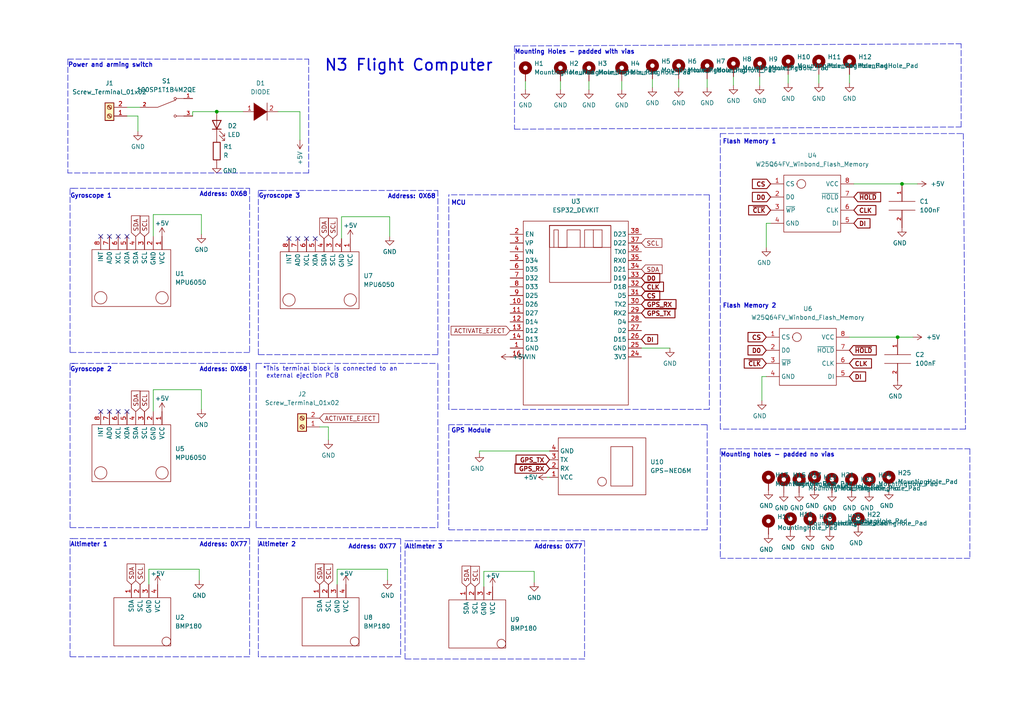
<source format=kicad_sch>
(kicad_sch (version 20211123) (generator eeschema)
  (paper "A4")
  (lib_symbols
    (symbol "Connector:Screw_Terminal_01x02" (pin_names (offset 1.016) hide)
      (property "Reference" "J" (at 0 2.54 0))
      (property "Value" "Screw_Terminal_01x02" (at 0 -5.08 0))
      (symbol "Screw_Terminal_01x02_1_1"
        (rectangle (start -1.27 1.27) (end 1.27 -3.81) (stroke (width 0.254)) (fill (type background)))
        (circle (center 0 -2.54) (radius 0.635) (stroke (width 0.1524)))
        (polyline (pts (xy -0.5334 -2.2098) (xy 0.3302 -3.048)) (stroke (width 0.1524)))
        (polyline (pts (xy -0.5334 0.3302) (xy 0.3302 -0.508)) (stroke (width 0.1524)))
        (polyline (pts (xy -0.3556 -2.032) (xy 0.508 -2.8702)) (stroke (width 0.1524)))
        (polyline (pts (xy -0.3556 0.508) (xy 0.508 -0.3302)) (stroke (width 0.1524)))
        (circle (center 0 0) (radius 0.635) (stroke (width 0.1524)))
        (pin passive line (at -5.08 0 0) (length 3.81) (name "Pin_1") (number "1"))
        (pin passive line (at -5.08 -2.54 0) (length 3.81) (name "Pin_2") (number "2"))
      )
    )
    (symbol "DEV_BOARDS:ESP32_DEVKIT"
      (property "Reference" "U" (at 13.97 3.81 0))
      (property "Value" "ESP32_DEVKIT" (at 13.97 1.27 0))
      (symbol "ESP32_DEVKIT_0_1"
        (polyline (pts (xy 20.32 -2.54) (xy 20.32 -7.62) (xy 22.86 -7.62) (xy 22.86 -2.54)))
        (polyline (pts (xy 22.86 -2.54) (xy 20.32 -2.54) (xy 17.78 -2.54) (xy 17.78 -7.62)))
        (polyline (pts (xy 8.89 -7.62) (xy 8.89 -2.54) (xy 10.16 -2.54) (xy 10.16 -7.62) (xy 12.7 -7.62) (xy 12.7 -2.54) (xy 16.51 -2.54) (xy 16.51 -7.62)))
        (rectangle (start 0 0) (end 30.48 -53.34))
        (rectangle (start 7.62 -1.27) (end 7.62 -1.27))
        (rectangle (start 7.62 -1.27) (end 7.62 -1.27))
        (rectangle (start 7.62 -1.27) (end 25.4 -17.78))
        (rectangle (start 25.4 -7.62) (end 7.62 -1.27))
      )
      (symbol "ESP32_DEVKIT_1_1"
        (pin passive line (at -3.81 -36.83 0) (length 3.81) (name "GND") (number "1"))
        (pin passive line (at -3.81 -24.13 0) (length 3.81) (name "D26") (number "10"))
        (pin passive line (at -3.81 -26.67 0) (length 3.81) (name "D27") (number "11"))
        (pin passive line (at -3.81 -29.21 0) (length 3.81) (name "D14") (number "12"))
        (pin passive line (at -3.81 -31.75 0) (length 3.81) (name "D12") (number "13"))
        (pin passive line (at -3.81 -34.29 0) (length 3.81) (name "D13") (number "14"))
        (pin passive line (at -3.81 -39.37 0) (length 3.81) (name "VIN") (number "16"))
        (pin passive line (at -3.81 -3.81 0) (length 3.81) (name "EN") (number "2"))
        (pin passive line (at 34.29 -39.37 180) (length 3.81) (name "3V3") (number "24"))
        (pin passive line (at 34.29 -36.83 180) (length 3.81) (name "GND") (number "25"))
        (pin passive line (at 34.29 -34.29 180) (length 3.81) (name "D15") (number "26"))
        (pin passive line (at 34.29 -31.75 180) (length 3.81) (name "D2") (number "27"))
        (pin passive line (at 34.29 -29.21 180) (length 3.81) (name "D4") (number "28"))
        (pin passive line (at 34.29 -26.67 180) (length 3.81) (name "RX2") (number "29"))
        (pin passive line (at -3.81 -6.35 0) (length 3.81) (name "VP") (number "3"))
        (pin passive line (at 34.29 -24.13 180) (length 3.81) (name "TX2") (number "30"))
        (pin passive line (at 34.29 -21.59 180) (length 3.81) (name "D5") (number "31"))
        (pin passive line (at 34.29 -19.05 180) (length 3.81) (name "D18") (number "32"))
        (pin passive line (at 34.29 -16.51 180) (length 3.81) (name "D19") (number "33"))
        (pin passive line (at 34.29 -13.97 180) (length 3.81) (name "D21") (number "34"))
        (pin passive line (at 34.29 -11.43 180) (length 3.81) (name "RX0") (number "35"))
        (pin passive line (at 34.29 -8.89 180) (length 3.81) (name "TX0") (number "36"))
        (pin passive line (at 34.29 -6.35 180) (length 3.81) (name "D22") (number "37"))
        (pin passive line (at 34.29 -3.81 180) (length 3.81) (name "D23") (number "38"))
        (pin passive line (at -3.81 -8.89 0) (length 3.81) (name "VN") (number "4"))
        (pin passive line (at -3.81 -11.43 0) (length 3.81) (name "D34") (number "5"))
        (pin passive line (at -3.81 -13.97 0) (length 3.81) (name "D35") (number "6"))
        (pin passive line (at -3.81 -16.51 0) (length 3.81) (name "D32") (number "7"))
        (pin passive line (at -3.81 -19.05 0) (length 3.81) (name "D33") (number "8"))
        (pin passive line (at -3.81 -21.59 0) (length 3.81) (name "D25") (number "9"))
      )
    )
    (symbol "Device:LED" (pin_numbers hide) (pin_names (offset 1.016) hide)
      (property "Reference" "D" (at 0 2.54 0))
      (property "Value" "LED" (at 0 -2.54 0))
      (symbol "LED_0_1"
        (polyline (pts (xy -1.27 -1.27) (xy -1.27 1.27)) (stroke (width 0.254)))
        (polyline (pts (xy -1.27 0) (xy 1.27 0)))
        (polyline (pts (xy 1.27 -1.27) (xy 1.27 1.27) (xy -1.27 0) (xy 1.27 -1.27)) (stroke (width 0.254)))
        (polyline (pts (xy -3.048 -0.762) (xy -4.572 -2.286) (xy -3.81 -2.286) (xy -4.572 -2.286) (xy -4.572 -1.524)))
        (polyline (pts (xy -1.778 -0.762) (xy -3.302 -2.286) (xy -2.54 -2.286) (xy -3.302 -2.286) (xy -3.302 -1.524)))
      )
      (symbol "LED_1_1"
        (pin passive line (at -3.81 0 0) (length 2.54) (name "K") (number "1"))
        (pin passive line (at 3.81 0 180) (length 2.54) (name "A") (number "2"))
      )
    )
    (symbol "Device:R" (pin_numbers hide) (pin_names (offset 0))
      (property "Reference" "R" (at 2.032 0 90))
      (property "Value" "R" (at 0 0 90))
      (symbol "R_0_1"
        (rectangle (start -1.016 -2.54) (end 1.016 2.54) (stroke (width 0.254)))
      )
      (symbol "R_1_1"
        (pin passive line (at 0 3.81 270) (length 1.27) (name "~") (number "1"))
        (pin passive line (at 0 -3.81 90) (length 1.27) (name "~") (number "2"))
      )
    )
    (symbol "Mechanical:MountingHole_Pad" (pin_numbers hide) (pin_names (offset 1.016) hide)
      (property "Reference" "H" (at 0 6.35 0))
      (property "Value" "MountingHole_Pad" (at 0 4.445 0))
      (symbol "MountingHole_Pad_0_1"
        (circle (center 0 1.27) (radius 1.27) (stroke (width 1.27)))
      )
      (symbol "MountingHole_Pad_1_1"
        (pin input line (at 0 -2.54 90) (length 2.54) (name "1") (number "1"))
      )
    )
    (symbol "modules:BMP180"
      (property "Reference" "U" (at 8.89 -10.16 0))
      (property "Value" "BMP180" (at 8.89 -7.62 0))
      (symbol "BMP180_0_1"
        (rectangle (start 0 0) (end 16.51 -13.97))
        (circle (center 15.24 -12.7) (radius 1.27))
      )
      (symbol "BMP180_1_1"
        (pin passive line (at 5.08 3.81 270) (length 3.81) (name "SDA") (number "1"))
        (pin passive line (at 7.62 3.81 270) (length 3.81) (name "SCL") (number "2"))
        (pin passive line (at 10.16 3.81 270) (length 3.81) (name "GND") (number "3"))
        (pin passive line (at 12.7 3.81 270) (length 3.81) (name "VCC") (number "4"))
      )
    )
    (symbol "modules:GPS-NEO6M"
      (property "Reference" "U" (at 12.7 1.27 0))
      (property "Value" "GPS-NEO6M" (at 12.7 3.81 0))
      (symbol "GPS-NEO6M_0_1"
        (rectangle (start 0 0) (end 25.4 -16.51))
        (circle (center 12.7 -12.7) (radius 1.27))
        (rectangle (start 15.24 -2.54) (end 21.59 -13.97))
      )
      (symbol "GPS-NEO6M_1_1"
        (pin input line (at -2.54 -11.43 0) (length 2.54) (name "VCC") (number "1"))
        (pin input line (at -2.54 -8.89 0) (length 2.54) (name "RX") (number "2"))
        (pin input line (at -2.54 -6.35 0) (length 2.54) (name "TX") (number "3"))
        (pin input line (at -2.54 -3.81 0) (length 2.54) (name "GND") (number "4"))
      )
    )
    (symbol "modules:MPU6050"
      (property "Reference" "U" (at 11.43 -7.62 0))
      (property "Value" "MPU6050" (at 11.43 -10.16 0))
      (symbol "MPU6050_0_1"
        (rectangle (start 0 0) (end 22.86 -16.51))
        (circle (center 2.54 -13.97) (radius 1.7961))
        (circle (center 20.32 -13.97) (radius 1.7961))
      )
      (symbol "MPU6050_1_1"
        (pin passive line (at 20.32 3.81 270) (length 3.81) (name "VCC") (number "1"))
        (pin passive line (at 17.78 3.81 270) (length 3.81) (name "GND") (number "2"))
        (pin passive line (at 15.24 3.81 270) (length 3.81) (name "SCL") (number "3"))
        (pin passive line (at 12.7 3.81 270) (length 3.81) (name "SDA") (number "4"))
        (pin passive line (at 10.16 3.81 270) (length 3.81) (name "XDA") (number "5"))
        (pin passive line (at 7.62 3.81 270) (length 3.81) (name "XCL") (number "6"))
        (pin passive line (at 5.08 3.81 270) (length 3.81) (name "AD0") (number "7"))
        (pin passive line (at 2.54 3.81 270) (length 3.81) (name "INT") (number "8"))
      )
    )
    (symbol "modules:W25Q64FV_Winbond_Flash_Memory"
      (property "Reference" "U" (at 7.62 1.27 0))
      (property "Value" "W25Q64FV_Winbond_Flash_Memory" (at 10.16 3.81 0))
      (symbol "W25Q64FV_Winbond_Flash_Memory_0_1"
        (rectangle (start 0 0) (end 16.51 -16.51))
        (circle (center 3.81 -2.54) (radius 0.0001))
        (circle (center 5.08 -2.54) (radius 1.27))
      )
      (symbol "W25Q64FV_Winbond_Flash_Memory_1_1"
        (pin passive line (at -3.81 -2.54 0) (length 3.81) (name "CS") (number "1"))
        (pin passive line (at -3.81 -6.35 0) (length 3.81) (name "D0") (number "2"))
        (pin passive line (at -3.81 -10.16 0) (length 3.81) (name "~{WP}") (number "3"))
        (pin passive line (at -3.81 -13.97 0) (length 3.81) (name "GND") (number "4"))
        (pin passive line (at 20.32 -13.97 180) (length 3.81) (name "DI") (number "5"))
        (pin passive line (at 20.32 -10.16 180) (length 3.81) (name "CLK") (number "6"))
        (pin passive line (at 20.32 -6.35 180) (length 3.81) (name "~{HOLD}") (number "7"))
        (pin passive line (at 20.32 -2.54 180) (length 3.81) (name "VCC") (number "8"))
      )
    )
    (symbol "power:+5V" (power) (pin_names (offset 0))
      (property "Value" "+5V" (at 0 3.556 0))
      (symbol "+5V_0_1"
        (polyline (pts (xy -0.762 1.27) (xy 0 2.54)))
        (polyline (pts (xy 0 0) (xy 0 2.54)))
        (polyline (pts (xy 0 2.54) (xy 0.762 1.27)))
      )
      (symbol "+5V_1_1"
        (pin power_in line (at 0 0 90) (length 0) hide (name "+5V") (number "1"))
      )
    )
    (symbol "power:GND" (power) (pin_names (offset 0))
      (property "Value" "GND" (at 0 -3.81 0))
      (symbol "GND_0_1"
        (polyline (pts (xy 0 0) (xy 0 -1.27) (xy 1.27 -1.27) (xy 0 -2.54) (xy -1.27 -1.27) (xy 0 -1.27)))
      )
      (symbol "GND_1_1"
        (pin power_in line (at 0 0 270) (length 0) hide (name "GND") (number "1"))
      )
    )
    (symbol "pspice:CAP" (pin_names (offset 0.254))
      (property "Reference" "C" (at 2.54 3.81 90))
      (property "Value" "CAP" (at 2.54 -3.81 90))
      (symbol "CAP_0_1"
        (polyline (pts (xy -3.81 -1.27) (xy 3.81 -1.27)))
        (polyline (pts (xy -3.81 1.27) (xy 3.81 1.27)))
      )
      (symbol "CAP_1_1"
        (pin passive line (at 0 6.35 270) (length 5.08) (name "~") (number "1"))
        (pin passive line (at 0 -6.35 90) (length 5.08) (name "~") (number "2"))
      )
    )
    (symbol "pspice:DIODE" (pin_names (offset 1.016) hide)
      (property "Reference" "D" (at 0 3.81 0))
      (property "Value" "DIODE" (at 0 -4.445 0))
      (symbol "DIODE_0_1"
        (polyline (pts (xy 1.905 2.54) (xy 1.905 -2.54)))
        (polyline (pts (xy -1.905 2.54) (xy -1.905 -2.54) (xy 1.905 0)) (fill (type outline)))
      )
      (symbol "DIODE_1_1"
        (pin input line (at -5.08 0 0) (length 3.81) (name "K") (number "1"))
        (pin input line (at 5.08 0 180) (length 3.81) (name "A") (number "2"))
      )
    )
    (symbol "toggle-switch:100SP1T1B4M2QE" (pin_names (offset 1.016) hide)
      (property "Reference" "S" (at -2.54 5.08 0))
      (property "Value" "100SP1T1B4M2QE" (at -2.54 -5.08 0))
      (symbol "100SP1T1B4M2QE_0_0"
        (polyline (pts (xy -2.54 0) (xy -5.08 0)) (stroke (width 0.1524)))
        (polyline (pts (xy -2.54 0) (xy 2.794 2.1336)) (stroke (width 0.1524)))
        (polyline (pts (xy 5.08 -2.54) (xy 2.921 -2.54)) (stroke (width 0.1524)))
        (polyline (pts (xy 5.08 2.54) (xy 2.921 2.54)) (stroke (width 0.1524)))
        (circle (center 2.54 -2.54) (radius 0.3302) (stroke (width 0.1524)))
        (circle (center 2.54 2.54) (radius 0.3302) (stroke (width 0.1524)))
        (pin passive line (at 7.62 2.54 180) (length 2.54) (name "~") (number "1"))
        (pin passive line (at -7.62 0 0) (length 2.54) (name "~") (number "2"))
        (pin passive line (at 7.62 -2.54 180) (length 2.54) (name "~") (number "3"))
      )
    )
  )
  (junction (at 261.62 53.34))
  (junction (at 260.35 97.79))
  (junction (at 62.865 32.385))
  (no_connect (at 36.83 119.38))
  (no_connect (at 83.82 69.215))
  (no_connect (at 34.29 119.38))
  (no_connect (at 29.21 119.38))
  (no_connect (at 88.9 69.215))
  (no_connect (at 36.83 68.58))
  (no_connect (at 34.29 68.58))
  (no_connect (at 31.75 68.58))
  (no_connect (at 29.21 68.58))
  (no_connect (at 31.75 119.38))
  (no_connect (at 91.44 69.215))
  (no_connect (at 86.36 69.215))
  (polyline (pts (xy 116.205 156.21) (xy 116.205 190.5)))
  (polyline (pts (xy 20.32 102.235) (xy 20.32 54.61)))
  (wire (pts (xy 99.06 69.215) (xy 99.06 62.865)))
  (polyline (pts (xy 72.39 105.41) (xy 72.39 153.035)))
  (polyline (pts (xy 281.305 161.925) (xy 208.915 161.925)))
  (wire (pts (xy 92.71 123.825) (xy 95.25 123.825)))
  (wire (pts (xy 220.98 109.22) (xy 220.98 116.205)))
  (wire (pts (xy 170.815 23.495) (xy 170.815 26.035)))
  (polyline (pts (xy 127 102.87) (xy 74.93 102.87)))
  (polyline (pts (xy 74.93 190.5) (xy 74.93 156.21)))
  (wire (pts (xy 212.725 22.225) (xy 212.725 24.765)))
  (polyline (pts (xy 75.565 156.21) (xy 116.205 156.21)))
  (wire (pts (xy 180.34 23.495) (xy 180.34 26.035)))
  (wire (pts (xy 57.785 165.1) (xy 57.785 168.275)))
  (wire (pts (xy 44.45 68.58) (xy 44.45 62.23)))
  (wire (pts (xy 220.345 22.225) (xy 220.345 24.765)))
  (polyline (pts (xy 74.295 105.41) (xy 127 105.41)))
  (polyline (pts (xy 208.915 38.735) (xy 279.4 38.735)))
  (wire (pts (xy 112.395 165.1) (xy 112.395 168.275)))
  (polyline (pts (xy 72.39 153.035) (xy 20.32 153.035)))
  (polyline (pts (xy 74.93 102.87) (xy 74.93 55.245)))
  (polyline (pts (xy 130.175 118.745) (xy 130.175 56.515)))
  (polyline (pts (xy 20.955 105.41) (xy 72.39 105.41)))
  (wire (pts (xy 55.88 32.385) (xy 55.88 33.655)))
  (polyline (pts (xy 20.32 54.61) (xy 21.59 54.61)))
  (wire (pts (xy 205.105 22.86) (xy 205.105 25.4)))
  (polyline (pts (xy 118.11 156.845) (xy 169.545 156.845)))
  (wire (pts (xy 80.645 32.385) (xy 86.995 32.385)))
  (wire (pts (xy 58.42 113.03) (xy 58.42 118.745)))
  (polyline (pts (xy 205.105 153.67) (xy 130.175 153.67)))
  (wire (pts (xy 139.065 130.81) (xy 139.065 131.445)))
  (wire (pts (xy 43.18 165.1) (xy 57.785 165.1)))
  (polyline (pts (xy 19.685 17.145) (xy 19.685 50.165)))
  (polyline (pts (xy 205.74 56.515) (xy 130.175 56.515)))
  (polyline (pts (xy 20.32 156.21) (xy 20.955 156.21)))
  (wire (pts (xy 62.865 32.385) (xy 70.485 32.385)))
  (wire (pts (xy 99.06 62.865) (xy 113.03 62.865)))
  (wire (pts (xy 44.45 119.38) (xy 44.45 113.03)))
  (polyline (pts (xy 205.74 118.745) (xy 130.175 118.745)))
  (wire (pts (xy 154.94 165.735) (xy 154.94 168.91)))
  (polyline (pts (xy 169.545 156.845) (xy 169.545 191.135)))
  (polyline (pts (xy 149.225 13.335) (xy 149.225 37.465)))
  (polyline (pts (xy 279.4 38.735) (xy 280.035 124.46)))
  (polyline (pts (xy 205.105 123.19) (xy 205.105 153.67)))
  (wire (pts (xy 44.45 113.03) (xy 58.42 113.03)))
  (polyline (pts (xy 130.175 123.19) (xy 130.175 153.67)))
  (wire (pts (xy 237.49 21.59) (xy 237.49 24.13)))
  (polyline (pts (xy 208.915 124.46) (xy 208.915 38.735)))
  (polyline (pts (xy 75.565 55.245) (xy 127 55.245)))
  (wire (pts (xy 186.055 100.965) (xy 194.31 100.965)))
  (polyline (pts (xy 72.39 54.61) (xy 72.39 102.235)))
  (wire (pts (xy 159.385 130.81) (xy 139.065 130.81)))
  (polyline (pts (xy 127 153.035) (xy 127 105.41)))
  (wire (pts (xy 55.88 32.385) (xy 62.865 32.385)))
  (polyline (pts (xy 20.955 54.61) (xy 72.39 54.61)))
  (polyline (pts (xy 74.93 156.21) (xy 75.565 156.21)))
  (wire (pts (xy 36.83 31.115) (xy 40.64 31.115)))
  (wire (pts (xy 223.52 64.77) (xy 222.25 64.77)))
  (wire (pts (xy 222.25 64.77) (xy 222.25 71.755)))
  (polyline (pts (xy 278.765 36.83) (xy 278.765 12.7)))
  (wire (pts (xy 196.85 22.86) (xy 196.85 25.4)))
  (wire (pts (xy 158.75 138.43) (xy 159.385 138.43)))
  (wire (pts (xy 40.005 33.655) (xy 40.005 38.1)))
  (wire (pts (xy 86.995 32.385) (xy 86.995 40.64)))
  (polyline (pts (xy 116.205 190.5) (xy 74.93 190.5)))
  (wire (pts (xy 44.45 62.23) (xy 58.42 62.23)))
  (polyline (pts (xy 72.39 156.21) (xy 72.39 190.5)))
  (polyline (pts (xy 20.955 156.21) (xy 72.39 156.21)))
  (polyline (pts (xy 20.32 153.035) (xy 20.32 105.41)))
  (wire (pts (xy 36.83 33.655) (xy 40.005 33.655)))
  (polyline (pts (xy 89.535 17.145) (xy 89.535 50.165)))
  (wire (pts (xy 246.38 21.59) (xy 246.38 24.13)))
  (wire (pts (xy 261.62 53.34) (xy 266.065 53.34)))
  (polyline (pts (xy 20.32 190.5) (xy 20.32 156.21)))
  (polyline (pts (xy 127 55.245) (xy 127 102.87)))
  (wire (pts (xy 152.4 23.495) (xy 152.4 26.035)))
  (wire (pts (xy 140.335 165.735) (xy 154.94 165.735)))
  (wire (pts (xy 58.42 62.23) (xy 58.42 67.945)))
  (polyline (pts (xy 89.535 50.165) (xy 19.685 50.165)))
  (wire (pts (xy 189.23 22.86) (xy 189.23 25.4)))
  (polyline (pts (xy 130.175 123.19) (xy 205.105 123.19)))
  (wire (pts (xy 97.79 165.1) (xy 112.395 165.1)))
  (polyline (pts (xy 149.225 13.335) (xy 278.765 12.7)))
  (wire (pts (xy 140.335 170.18) (xy 140.335 165.735)))
  (polyline (pts (xy 72.39 190.5) (xy 20.32 190.5)))
  (polyline (pts (xy 74.295 105.41) (xy 74.295 153.035)))
  (wire (pts (xy 246.38 97.79) (xy 260.35 97.79)))
  (polyline (pts (xy 208.915 130.175) (xy 281.305 130.175)))
  (wire (pts (xy 162.56 23.495) (xy 162.56 26.035)))
  (wire (pts (xy 247.65 53.34) (xy 261.62 53.34)))
  (polyline (pts (xy 20.32 105.41) (xy 21.59 105.41)))
  (polyline (pts (xy 208.915 130.175) (xy 208.915 161.925)))
  (wire (pts (xy 228.6 21.59) (xy 228.6 24.13)))
  (polyline (pts (xy 117.475 191.135) (xy 117.475 156.845)))
  (wire (pts (xy 97.79 169.545) (xy 97.79 165.1)))
  (wire (pts (xy 95.25 123.825) (xy 95.25 127.635)))
  (polyline (pts (xy 205.74 56.515) (xy 205.74 118.745)))
  (polyline (pts (xy 169.545 191.135) (xy 117.475 191.135)))
  (polyline (pts (xy 117.475 156.845) (xy 118.11 156.845)))
  (polyline (pts (xy 281.305 130.175) (xy 281.305 161.925)))
  (polyline (pts (xy 149.225 37.465) (xy 278.765 36.83)))
  (polyline (pts (xy 74.295 153.035) (xy 127 153.035)))
  (wire (pts (xy 248.92 154.305) (xy 248.92 153.035)))
  (polyline (pts (xy 280.035 124.46) (xy 208.915 124.46)))
  (wire (pts (xy 43.18 169.545) (xy 43.18 165.1)))
  (polyline (pts (xy 19.685 17.145) (xy 89.535 17.145)))
  (polyline (pts (xy 74.93 55.245) (xy 76.2 55.245)))
  (polyline (pts (xy 72.39 102.235) (xy 20.32 102.235)))
  (wire (pts (xy 222.25 109.22) (xy 220.98 109.22)))
  (wire (pts (xy 113.03 62.865) (xy 113.03 68.58)))
  (wire (pts (xy 260.35 97.79) (xy 264.795 97.79)))
  (text "MCU\n" (at 130.81 59.69 0) (effects (font (size 1.27 1.27) bold) (justify left bottom)))
  (text "Address: 0X68\n" (at 57.785 57.15 0) (effects (font (size 1.27 1.27) bold) (justify left bottom)))
  (text "Address: 0X68\n" (at 57.785 107.95 0) (effects (font (size 1.27 1.27) bold) (justify left bottom)))
  (text "Address: 0X77" (at 154.94 159.385 0) (effects (font (size 1.27 1.27) bold) (justify left bottom)))
  (text "Gyroscope 2\n" (at 20.32 107.95 0) (effects (font (size 1.27 1.27) bold) (justify left bottom)))
  (text "N3 Flight Computer" (at 93.98 20.955 0) (effects (font (size 3.27 3.27) (thickness 0.454) bold) (justify left bottom)))
  (text "Gyroscope 1\n\n" (at 20.32 59.69 0) (effects (font (size 1.27 1.27) bold) (justify left bottom)))
  (text "Flash Memory 2" (at 209.55 89.535 0) (effects (font (size 1.27 1.27) bold) (justify left bottom)))
  (text "Altimeter 2" (at 74.93 158.75 0) (effects (font (size 1.27 1.27) bold) (justify left bottom)))
  (text "Mounting Holes - padded with vias" (at 149.225 15.875 0) (effects (font (size 1.27 1.27) bold) (justify left bottom)))
  (text "*This terminal block is connected to an\n external ejection PCB " (at 76.2 109.855 0) (effects (font (size 1.27 1.27)) (justify left bottom)))
  (text "GPS Module" (at 130.81 125.73 0) (effects (font (size 1.27 1.27) bold) (justify left bottom)))
  (text "Address: 0X77" (at 57.785 158.75 0) (effects (font (size 1.27 1.27) bold) (justify left bottom)))
  (text "Altimeter 3" (at 117.475 159.385 0) (effects (font (size 1.27 1.27) bold) (justify left bottom)))
  (text "Altimeter 1" (at 20.32 158.75 0) (effects (font (size 1.27 1.27) bold) (justify left bottom)))
  (text "Gyroscope 3\n " (at 74.93 59.69 0) (effects (font (size 1.27 1.27) bold) (justify left bottom)))
  (text "Address: 0X77" (at 100.965 159.385 0) (effects (font (size 1.27 1.27) bold) (justify left bottom)))
  (text "Address: 0X68\n" (at 112.395 57.785 0) (effects (font (size 1.27 1.27) bold) (justify left bottom)))
  (text "Mounting holes - padded no vias" (at 208.915 132.715 0) (effects (font (size 1.27 1.27) (thickness 0.254) bold) (justify left bottom)))
  (text "Power and arming switch\n" (at 19.685 19.685 0) (effects (font (size 1.27 1.27) bold) (justify left bottom)))
  (text "Flash Memory 1" (at 209.55 41.91 0) (effects (font (size 1.27 1.27) bold) (justify left bottom)))
  (global_label "ACTIVATE_EJECT" (shape input) (at 92.71 121.285 0) (property "Intersheet References" "${INTERSHEET_REFS}" (effects hide)))
  (global_label "SDA" (shape input) (at 92.71 169.545 90) (property "Intersheet References" "${INTERSHEET_REFS}" (effects hide)))
  (global_label "SCL" (shape input) (at 186.055 70.485 0) (property "Intersheet References" "${INTERSHEET_REFS}" (effects hide)))
  (global_label "DI" (shape input) (at 186.055 98.425 0) (effects (font bold)) (property "Intersheet References" "${INTERSHEET_REFS}" (effects hide)))
  (global_label "SCL" (shape input) (at 41.91 68.58 90) (property "Intersheet References" "${INTERSHEET_REFS}" (effects hide)))
  (global_label "~{HOLD}" (shape input) (at 246.38 101.6 0) (effects (font bold)) (property "Intersheet References" "${INTERSHEET_REFS}" (effects hide)))
  (global_label "GPS_RX" (shape input) (at 159.385 135.89 180) (effects (font bold)) (property "Intersheet References" "${INTERSHEET_REFS}" (effects hide)))
  (global_label "~{HOLD}" (shape input) (at 247.65 57.15 0) (effects (font bold)) (property "Intersheet References" "${INTERSHEET_REFS}" (effects hide)))
  (global_label "SDA" (shape input) (at 186.055 78.105 0) (property "Intersheet References" "${INTERSHEET_REFS}" (effects hide)))
  (global_label "SCL" (shape input) (at 40.64 169.545 90) (property "Intersheet References" "${INTERSHEET_REFS}" (effects hide)))
  (global_label "CLK" (shape input) (at 246.38 105.41 0) (effects (font bold)) (property "Intersheet References" "${INTERSHEET_REFS}" (effects hide)))
  (global_label "SCL" (shape input) (at 96.52 69.215 90) (property "Intersheet References" "${INTERSHEET_REFS}" (effects hide)))
  (global_label "GPS_TX" (shape input) (at 186.055 90.805 0) (effects (font bold)) (property "Intersheet References" "${INTERSHEET_REFS}" (effects hide)))
  (global_label "SDA" (shape input) (at 39.37 119.38 90) (property "Intersheet References" "${INTERSHEET_REFS}" (effects hide)))
  (global_label "CS" (shape input) (at 186.055 85.725 0) (effects (font bold)) (property "Intersheet References" "${INTERSHEET_REFS}" (effects hide)))
  (global_label "GPS_TX" (shape input) (at 159.385 133.35 180) (effects (font bold)) (property "Intersheet References" "${INTERSHEET_REFS}" (effects hide)))
  (global_label "D0" (shape input) (at 223.52 57.15 180) (effects (font bold)) (property "Intersheet References" "${INTERSHEET_REFS}" (effects hide)))
  (global_label "~{CLK}" (shape input) (at 223.52 60.96 180) (effects (font bold)) (property "Intersheet References" "${INTERSHEET_REFS}" (effects hide)))
  (global_label "SDA" (shape input) (at 135.255 170.18 90) (property "Intersheet References" "${INTERSHEET_REFS}" (effects hide)))
  (global_label "CS" (shape input) (at 223.52 53.34 180) (effects (font bold)) (property "Intersheet References" "${INTERSHEET_REFS}" (effects hide)))
  (global_label "SDA" (shape input) (at 38.1 169.545 90) (property "Intersheet References" "${INTERSHEET_REFS}" (effects hide)))
  (global_label "ACTIVATE_EJECT" (shape input) (at 147.955 95.885 180) (property "Intersheet References" "${INTERSHEET_REFS}" (effects hide)))
  (global_label "SDA" (shape input) (at 93.98 69.215 90) (property "Intersheet References" "${INTERSHEET_REFS}" (effects hide)))
  (global_label "~{CLK}" (shape input) (at 222.25 105.41 180) (effects (font bold)) (property "Intersheet References" "${INTERSHEET_REFS}" (effects hide)))
  (global_label "D0" (shape input) (at 222.25 101.6 180) (effects (font bold)) (property "Intersheet References" "${INTERSHEET_REFS}" (effects hide)))
  (global_label "CS" (shape input) (at 222.25 97.79 180) (effects (font bold)) (property "Intersheet References" "${INTERSHEET_REFS}" (effects hide)))
  (global_label "D0" (shape input) (at 186.055 80.645 0) (effects (font bold)) (property "Intersheet References" "${INTERSHEET_REFS}" (effects hide)))
  (global_label "DI" (shape input) (at 246.38 109.22 0) (effects (font bold)) (property "Intersheet References" "${INTERSHEET_REFS}" (effects hide)))
  (global_label "SCL" (shape input) (at 95.25 169.545 90) (property "Intersheet References" "${INTERSHEET_REFS}" (effects hide)))
  (global_label "SDA" (shape input) (at 39.37 68.58 90) (property "Intersheet References" "${INTERSHEET_REFS}" (effects hide)))
  (global_label "DI" (shape input) (at 247.65 64.77 0) (effects (font bold)) (property "Intersheet References" "${INTERSHEET_REFS}" (effects hide)))
  (global_label "SCL" (shape input) (at 137.795 170.18 90) (property "Intersheet References" "${INTERSHEET_REFS}" (effects hide)))
  (global_label "SCL" (shape input) (at 41.91 119.38 90) (property "Intersheet References" "${INTERSHEET_REFS}" (effects hide)))
  (global_label "CLK" (shape input) (at 247.65 60.96 0) (effects (font bold)) (property "Intersheet References" "${INTERSHEET_REFS}" (effects hide)))
  (global_label "GPS_RX" (shape input) (at 186.055 88.265 0) (effects (font bold)) (property "Intersheet References" "${INTERSHEET_REFS}" (effects hide)))
  (global_label "CLK" (shape input) (at 186.055 83.185 0) (effects (font bold)) (property "Intersheet References" "${INTERSHEET_REFS}" (effects hide)))
  (symbol (lib_id "power:GND") (at 170.815 26.035 0) (unit 1)
    (property "Reference" "#PWR0125" (effects hide))
    (property "Value" "GND" (at 170.815 30.48 0))
  )
  (symbol (lib_id "power:GND") (at 236.22 142.24 0) (unit 1)
    (property "Reference" "#PWR0132" (effects hide))
    (property "Value" "GND" (at 235.585 146.685 0))
  )
  (symbol (lib_id "power:GND") (at 252.095 142.875 0) (unit 1)
    (property "Reference" "#PWR0135" (effects hide))
    (property "Value" "GND" (at 251.46 147.32 0))
  )
  (symbol (lib_id "power:GND") (at 237.49 24.13 0) (unit 1)
    (property "Reference" "#PWR0119" (effects hide))
    (property "Value" "GND" (at 237.49 28.575 0))
  )
  (symbol (lib_id "power:+5V") (at 147.955 103.505 90) (unit 1)
    (property "Reference" "#PWR07" (effects hide))
    (property "Value" "+5V" (at 148.59 103.5049 90) (effects (justify right)))
  )
  (symbol (lib_id "Mechanical:MountingHole_Pad") (at 170.815 20.955 0) (unit 1)
    (property "Reference" "H3" (at 173.355 18.4149 0) (effects (justify left)))
    (property "Value" "MountingHole_Pad" (at 173.355 20.9549 0) (effects (justify left)))
    (property "Footprint" "MountingHole:MountingHole_3.2mm_M3_Pad_Via" (effects hide))
  )
  (symbol (lib_id "power:GND") (at 260.35 110.49 0) (unit 1)
    (property "Reference" "#PWR0107" (effects hide))
    (property "Value" "GND" (at 259.715 114.935 0))
  )
  (symbol (lib_id "modules:W25Q64FV_Winbond_Flash_Memory") (at 227.33 50.8 0) (unit 1)
    (property "Reference" "U4" (at 235.585 45.085 0))
    (property "Value" "W25Q64FV_Winbond_Flash_Memory" (at 235.585 47.625 0))
    (property "Footprint" "Package_SO:HTSOP-8-1EP_3.9x4.9mm_P1.27mm_EP2.4x3.2mm" (effects hide))
  )
  (symbol (lib_id "Mechanical:MountingHole_Pad") (at 152.4 20.955 0) (unit 1)
    (property "Reference" "H1" (at 154.94 18.4149 0) (effects (justify left)))
    (property "Value" "MountingHole_Pad" (at 154.94 20.9549 0) (effects (justify left)))
    (property "Footprint" "MountingHole:MountingHole_3.2mm_M3_Pad_Via" (effects hide))
  )
  (symbol (lib_id "Mechanical:MountingHole_Pad") (at 247.015 140.335 0) (unit 1)
    (property "Reference" "H23" (at 249.555 139.0649 0) (effects (justify left)))
    (property "Value" "MountingHole_Pad" (at 249.555 141.6049 0) (effects (justify left)))
    (property "Footprint" "MountingHole:MountingHole_3.2mm_M3_Pad_TopOnly" (effects hide))
  )
  (symbol (lib_id "modules:MPU6050") (at 81.28 73.025 0) (unit 1)
    (property "Reference" "U7" (at 105.41 80.0099 0) (effects (justify left)))
    (property "Value" "MPU6050" (at 105.41 82.5499 0) (effects (justify left)))
    (property "Footprint" "custom-footprints:MPU6050" (effects hide))
  )
  (symbol (lib_id "power:GND") (at 222.885 142.24 0) (unit 1)
    (property "Reference" "#PWR0129" (effects hide))
    (property "Value" "GND" (at 222.25 146.685 0))
  )
  (symbol (lib_id "modules:W25Q64FV_Winbond_Flash_Memory") (at 226.06 95.25 0) (unit 1)
    (property "Reference" "U6" (at 234.315 89.535 0))
    (property "Value" "W25Q64FV_Winbond_Flash_Memory" (at 234.315 92.075 0))
    (property "Footprint" "Package_SO:HTSOP-8-1EP_3.9x4.9mm_P1.27mm_EP2.4x3.2mm" (effects hide))
  )
  (symbol (lib_id "power:GND") (at 62.865 47.625 0) (unit 1)
    (property "Reference" "#PWR0141" (effects hide))
    (property "Value" "GND" (at 66.675 49.53 0))
  )
  (symbol (lib_id "power:+5V") (at 158.75 138.43 90) (unit 1)
    (property "Reference" "#PWR010" (effects hide))
    (property "Value" "+5V" (at 151.765 138.43 90) (effects (justify right)))
  )
  (symbol (lib_id "modules:BMP180") (at 33.02 173.355 0) (unit 1)
    (property "Reference" "U2" (at 50.8 179.0699 0) (effects (justify left)))
    (property "Value" "BMP180" (at 50.8 181.6099 0) (effects (justify left)))
    (property "Footprint" "custom-footprints:BMP180" (effects hide))
  )
  (symbol (lib_id "pspice:CAP") (at 261.62 59.69 0) (unit 1)
    (property "Reference" "C1" (at 266.7 58.4199 0) (effects (justify left)))
    (property "Value" "100nF" (at 266.7 60.9599 0) (effects (justify left)))
    (property "Footprint" "Capacitor_SMD:C_0805_2012Metric" (effects hide))
  )
  (symbol (lib_id "Mechanical:MountingHole_Pad") (at 196.85 20.32 0) (unit 1)
    (property "Reference" "H6" (at 199.39 17.7799 0) (effects (justify left)))
    (property "Value" "MountingHole_Pad" (at 199.39 20.3199 0) (effects (justify left)))
    (property "Footprint" "MountingHole:MountingHole_3.2mm_M3_Pad_Via" (effects hide))
  )
  (symbol (lib_id "power:GND") (at 247.015 142.875 0) (unit 1)
    (property "Reference" "#PWR0134" (effects hide))
    (property "Value" "GND" (at 246.38 147.32 0))
  )
  (symbol (lib_id "power:GND") (at 212.725 24.765 0) (unit 1)
    (property "Reference" "#PWR0122" (effects hide))
    (property "Value" "GND" (at 212.725 29.21 0))
  )
  (symbol (lib_id "Mechanical:MountingHole_Pad") (at 236.22 139.7 0) (unit 1)
    (property "Reference" "H19" (at 238.76 138.4299 0) (effects (justify left)))
    (property "Value" "MountingHole_Pad" (at 238.76 140.9699 0) (effects (justify left)))
    (property "Footprint" "MountingHole:MountingHole_3.2mm_M3_Pad_TopOnly" (effects hide))
  )
  (symbol (lib_id "Mechanical:MountingHole_Pad") (at 248.92 151.765 0) (unit 1)
    (property "Reference" "H22" (at 251.46 149.2249 0) (effects (justify left)))
    (property "Value" "MountingHole_Pad" (at 251.46 151.7649 0) (effects (justify left)))
    (property "Footprint" "MountingHole:MountingHole_3.2mm_M3_Pad_TopOnly" (effects hide))
  )
  (symbol (lib_id "pspice:CAP") (at 260.35 104.14 0) (unit 1)
    (property "Reference" "C2" (at 265.43 102.8699 0) (effects (justify left)))
    (property "Value" "100nF" (at 265.43 105.4099 0) (effects (justify left)))
    (property "Footprint" "Capacitor_SMD:C_0805_2012Metric" (effects hide))
  )
  (symbol (lib_id "power:GND") (at 40.005 38.1 0) (unit 1)
    (property "Reference" "#PWR01" (effects hide))
    (property "Value" "GND" (at 40.005 42.545 0))
  )
  (symbol (lib_id "power:GND") (at 229.235 154.305 0) (unit 1)
    (property "Reference" "#PWR0138" (effects hide))
    (property "Value" "GND" (at 228.6 158.75 0))
  )
  (symbol (lib_id "Mechanical:MountingHole_Pad") (at 162.56 20.955 0) (unit 1)
    (property "Reference" "H2" (at 165.1 18.4149 0) (effects (justify left)))
    (property "Value" "MountingHole_Pad" (at 165.1 20.9549 0) (effects (justify left)))
    (property "Footprint" "MountingHole:MountingHole_3.2mm_M3_Pad_Via" (effects hide))
  )
  (symbol (lib_id "Connector:Screw_Terminal_01x02") (at 87.63 123.825 180) (unit 1)
    (property "Reference" "J2" (at 87.63 114.3 0))
    (property "Value" "Screw_Terminal_01x02" (at 87.63 116.84 0))
    (property "Footprint" "TerminalBlock:TerminalBlock_bornier-2_P5.08mm" (effects hide))
  )
  (symbol (lib_id "Mechanical:MountingHole_Pad") (at 189.23 20.32 0) (unit 1)
    (property "Reference" "H5" (at 191.77 17.7799 0) (effects (justify left)))
    (property "Value" "MountingHole_Pad" (at 191.77 20.3199 0) (effects (justify left)))
    (property "Footprint" "MountingHole:MountingHole_3.2mm_M3_Pad_Via" (effects hide))
  )
  (symbol (lib_id "modules:GPS-NEO6M") (at 161.925 127 0) (unit 1)
    (property "Reference" "U10" (at 188.595 133.9849 0) (effects (justify left)))
    (property "Value" "GPS-NEO6M" (at 188.595 136.5249 0) (effects (justify left)))
    (property "Footprint" "custom-footprints:GPS-NEO6M" (effects hide))
  )
  (symbol (lib_id "power:GND") (at 261.62 66.04 0) (unit 1)
    (property "Reference" "#PWR0101" (effects hide))
    (property "Value" "GND" (at 260.985 70.485 0))
  )
  (symbol (lib_id "Device:R") (at 62.865 43.815 0) (unit 1)
    (property "Reference" "R1" (at 64.77 42.5449 0) (effects (justify left)))
    (property "Value" "R" (at 64.77 45.0849 0) (effects (justify left)))
    (property "Footprint" "Resistor_SMD:R_0805_2012Metric" (effects hide))
  )
  (symbol (lib_id "Mechanical:MountingHole_Pad") (at 240.665 151.765 0) (unit 1)
    (property "Reference" "H20" (at 245.745 149.8599 0) (effects (justify left)))
    (property "Value" "MountingHole_Pad" (at 245.745 151.1299 0) (effects (justify left)))
    (property "Footprint" "MountingHole:MountingHole_3.2mm_M3_Pad_TopOnly" (effects hide))
  )
  (symbol (lib_id "Mechanical:MountingHole_Pad") (at 257.81 139.7 0) (unit 1)
    (property "Reference" "H25" (at 260.35 137.1599 0) (effects (justify left)))
    (property "Value" "MountingHole_Pad" (at 260.35 139.6999 0) (effects (justify left)))
    (property "Footprint" "MountingHole:MountingHole_3.2mm_M3_Pad_TopOnly" (effects hide))
  )
  (symbol (lib_id "power:+5V") (at 266.065 53.34 270) (unit 1)
    (property "Reference" "#PWR0103" (effects hide))
    (property "Value" "+5V" (at 269.875 53.3399 90) (effects (justify left)))
  )
  (symbol (lib_id "Mechanical:MountingHole_Pad") (at 220.345 19.685 0) (unit 1)
    (property "Reference" "H9" (at 222.885 17.1449 0) (effects (justify left)))
    (property "Value" "MountingHole_Pad" (at 222.885 19.6849 0) (effects (justify left)))
    (property "Footprint" "MountingHole:MountingHole_3.2mm_M3_Pad_Via" (effects hide))
  )
  (symbol (lib_id "power:GND") (at 113.03 68.58 0) (unit 1)
    (property "Reference" "#PWR0113" (effects hide))
    (property "Value" "GND" (at 113.03 73.025 0))
  )
  (symbol (lib_id "Mechanical:MountingHole_Pad") (at 241.3 140.335 0) (unit 1)
    (property "Reference" "H21" (at 243.84 137.7949 0) (effects (justify left)))
    (property "Value" "MountingHole_Pad" (at 243.84 141.6049 0) (effects (justify left)))
    (property "Footprint" "MountingHole:MountingHole_3.2mm_M3_Pad_TopOnly" (effects hide))
  )
  (symbol (lib_id "power:GND") (at 58.42 118.745 0) (unit 1)
    (property "Reference" "#PWR0105" (effects hide))
    (property "Value" "GND" (at 58.42 123.19 0))
  )
  (symbol (lib_id "power:GND") (at 220.98 116.205 0) (unit 1)
    (property "Reference" "#PWR0108" (effects hide))
    (property "Value" "GND" (at 220.345 120.65 0))
  )
  (symbol (lib_id "power:GND") (at 222.885 154.94 0) (unit 1)
    (property "Reference" "#PWR0137" (effects hide))
    (property "Value" "GND" (at 222.25 159.385 0))
  )
  (symbol (lib_id "Device:LED") (at 62.865 36.195 90) (unit 1)
    (property "Reference" "D2" (at 66.04 36.5124 90) (effects (justify right)))
    (property "Value" "LED" (at 66.04 39.0524 90) (effects (justify right)))
    (property "Footprint" "LED_SMD:LED_0805_2012Metric" (effects hide))
  )
  (symbol (lib_id "power:GND") (at 241.3 142.875 0) (unit 1)
    (property "Reference" "#PWR0133" (effects hide))
    (property "Value" "GND" (at 240.665 147.32 0))
  )
  (symbol (lib_id "power:GND") (at 162.56 26.035 0) (unit 1)
    (property "Reference" "#PWR0127" (effects hide))
    (property "Value" "GND" (at 162.56 30.48 0))
  )
  (symbol (lib_id "power:+5V") (at 86.995 40.64 180) (unit 1)
    (property "Reference" "#PWR06" (effects hide))
    (property "Value" "+5V" (at 86.9951 43.815 90) (effects (justify left)))
  )
  (symbol (lib_id "Mechanical:MountingHole_Pad") (at 246.38 19.05 0) (unit 1)
    (property "Reference" "H12" (at 248.92 16.5099 0) (effects (justify left)))
    (property "Value" "MountingHole_Pad" (at 248.92 19.0499 0) (effects (justify left)))
    (property "Footprint" "MountingHole:MountingHole_3.2mm_M3_Pad_Via" (effects hide))
  )
  (symbol (lib_id "Mechanical:MountingHole_Pad") (at 231.775 140.335 0) (unit 1)
    (property "Reference" "H17" (at 234.315 137.7949 0) (effects (justify left)))
    (property "Value" "MountingHole_Pad" (at 234.315 141.6049 0) (effects (justify left)))
    (property "Footprint" "MountingHole:MountingHole_3.2mm_M3_Pad_TopOnly" (effects hide))
  )
  (symbol (lib_id "power:GND") (at 189.23 25.4 0) (unit 1)
    (property "Reference" "#PWR0117" (effects hide))
    (property "Value" "GND" (at 189.23 29.845 0))
  )
  (symbol (lib_id "power:GND") (at 234.95 154.305 0) (unit 1)
    (property "Reference" "#PWR0139" (effects hide))
    (property "Value" "GND" (at 234.315 158.75 0))
  )
  (symbol (lib_id "power:+5V") (at 46.99 68.58 0) (unit 1)
    (property "Reference" "#PWR03" (effects hide))
    (property "Value" "+5V" (at 46.99 64.77 0))
  )
  (symbol (lib_id "power:GND") (at 152.4 26.035 0) (unit 1)
    (property "Reference" "#PWR0126" (effects hide))
    (property "Value" "GND" (at 152.4 30.48 0))
  )
  (symbol (lib_id "Mechanical:MountingHole_Pad") (at 180.34 20.955 0) (unit 1)
    (property "Reference" "H4" (at 182.88 18.4149 0) (effects (justify left)))
    (property "Value" "MountingHole_Pad" (at 182.88 20.9549 0) (effects (justify left)))
    (property "Footprint" "MountingHole:MountingHole_3.2mm_M3_Pad_Via" (effects hide))
  )
  (symbol (lib_id "modules:BMP180") (at 87.63 173.355 0) (unit 1)
    (property "Reference" "U8" (at 105.41 179.0699 0) (effects (justify left)))
    (property "Value" "BMP180" (at 105.41 181.6099 0) (effects (justify left)))
    (property "Footprint" "custom-footprints:BMP180" (effects hide))
  )
  (symbol (lib_id "pspice:DIODE") (at 75.565 32.385 0) (unit 1)
    (property "Reference" "D1" (at 75.565 24.13 0))
    (property "Value" "DIODE" (at 75.565 26.67 0))
    (property "Footprint" "Diode_THT:D_A-405_P12.70mm_Horizontal" (effects hide))
  )
  (symbol (lib_id "Mechanical:MountingHole_Pad") (at 228.6 19.05 0) (unit 1)
    (property "Reference" "H10" (at 231.14 16.5099 0) (effects (justify left)))
    (property "Value" "MountingHole_Pad" (at 231.14 19.0499 0) (effects (justify left)))
    (property "Footprint" "MountingHole:MountingHole_3.2mm_M3_Pad_Via" (effects hide))
  )
  (symbol (lib_id "power:GND") (at 95.25 127.635 0) (unit 1)
    (property "Reference" "#PWR0115" (effects hide))
    (property "Value" "GND" (at 95.25 132.08 0))
  )
  (symbol (lib_id "power:+5V") (at 46.99 119.38 0) (unit 1)
    (property "Reference" "#PWR0104" (effects hide))
    (property "Value" "+5V" (at 46.99 115.57 0))
  )
  (symbol (lib_id "power:GND") (at 194.31 100.965 0) (unit 1)
    (property "Reference" "#PWR08" (effects hide))
    (property "Value" "GND" (at 194.31 105.41 0))
  )
  (symbol (lib_id "power:+5V") (at 142.875 170.18 0) (unit 1)
    (property "Reference" "#PWR0112" (effects hide))
    (property "Value" "+5V" (at 142.875 167.005 0))
  )
  (symbol (lib_id "power:GND") (at 248.92 153.035 0) (unit 1)
    (property "Reference" "#PWR0131" (effects hide))
    (property "Value" "GND" (at 248.285 157.48 0))
  )
  (symbol (lib_id "Mechanical:MountingHole_Pad") (at 237.49 19.05 0) (unit 1)
    (property "Reference" "H11" (at 240.03 16.5099 0) (effects (justify left)))
    (property "Value" "MountingHole_Pad" (at 240.03 19.0499 0) (effects (justify left)))
    (property "Footprint" "MountingHole:MountingHole_3.2mm_M3_Pad_Via" (effects hide))
  )
  (symbol (lib_id "power:GND") (at 227.33 142.875 0) (unit 1)
    (property "Reference" "#PWR0128" (effects hide))
    (property "Value" "GND" (at 226.695 147.32 0))
  )
  (symbol (lib_id "DEV_BOARDS:ESP32_DEVKIT") (at 151.765 64.135 0) (unit 1)
    (property "Reference" "U3" (at 167.005 58.42 0))
    (property "Value" "ESP32_DEVKIT" (at 167.005 60.96 0))
    (property "Footprint" "custom-footprints:ESP32_DEVKIT" (effects hide))
  )
  (symbol (lib_id "Mechanical:MountingHole_Pad") (at 234.95 151.765 0) (unit 1)
    (property "Reference" "H18" (at 237.49 149.8599 0) (effects (justify left)))
    (property "Value" "MountingHole_Pad" (at 240.03 151.7649 0) (effects (justify left)))
    (property "Footprint" "MountingHole:MountingHole_3.2mm_M3_Pad_TopOnly" (effects hide))
  )
  (symbol (lib_id "power:GND") (at 231.775 142.875 0) (unit 1)
    (property "Reference" "#PWR0130" (effects hide))
    (property "Value" "GND" (at 231.14 147.32 0))
  )
  (symbol (lib_id "power:GND") (at 257.81 142.24 0) (unit 1)
    (property "Reference" "#PWR0136" (effects hide))
    (property "Value" "GND" (at 257.175 146.685 0))
  )
  (symbol (lib_id "Mechanical:MountingHole_Pad") (at 252.095 140.335 0) (unit 1)
    (property "Reference" "H24" (at 254.635 137.7949 0) (effects (justify left)))
    (property "Value" "MountingHole_Pad" (at 254.635 140.3349 0) (effects (justify left)))
    (property "Footprint" "MountingHole:MountingHole_3.2mm_M3_Pad_TopOnly" (effects hide))
  )
  (symbol (lib_id "modules:BMP180") (at 130.175 173.99 0) (unit 1)
    (property "Reference" "U9" (at 147.955 179.7049 0) (effects (justify left)))
    (property "Value" "BMP180" (at 147.955 182.2449 0) (effects (justify left)))
    (property "Footprint" "custom-footprints:BMP180" (effects hide))
  )
  (symbol (lib_id "Mechanical:MountingHole_Pad") (at 229.235 151.765 0) (unit 1)
    (property "Reference" "H16" (at 231.775 149.2249 0) (effects (justify left)))
    (property "Value" "MountingHole_Pad" (at 234.315 151.7649 0) (effects (justify left)))
    (property "Footprint" "MountingHole:MountingHole_3.2mm_M3_Pad_TopOnly" (effects hide))
  )
  (symbol (lib_id "power:+5V") (at 264.795 97.79 270) (unit 1)
    (property "Reference" "#PWR0106" (effects hide))
    (property "Value" "+5V" (at 268.605 97.7899 90) (effects (justify left)))
  )
  (symbol (lib_id "power:+5V") (at 45.72 169.545 0) (unit 1)
    (property "Reference" "#PWR02" (effects hide))
    (property "Value" "+5V" (at 45.72 166.37 0))
  )
  (symbol (lib_id "power:GND") (at 196.85 25.4 0) (unit 1)
    (property "Reference" "#PWR0118" (effects hide))
    (property "Value" "GND" (at 196.85 29.845 0))
  )
  (symbol (lib_id "Mechanical:MountingHole_Pad") (at 222.885 139.7 0) (unit 1)
    (property "Reference" "H13" (at 224.79 137.7949 0) (effects (justify left)))
    (property "Value" "MountingHole_Pad" (at 224.79 140.3349 0) (effects (justify left)))
    (property "Footprint" "MountingHole:MountingHole_3.2mm_M3_Pad_TopOnly" (effects hide))
  )
  (symbol (lib_id "power:GND") (at 240.665 154.305 0) (unit 1)
    (property "Reference" "#PWR0140" (effects hide))
    (property "Value" "GND" (at 240.03 158.75 0))
  )
  (symbol (lib_id "power:GND") (at 154.94 168.91 0) (unit 1)
    (property "Reference" "#PWR0111" (effects hide))
    (property "Value" "GND" (at 154.94 173.355 0))
  )
  (symbol (lib_id "power:GND") (at 246.38 24.13 0) (unit 1)
    (property "Reference" "#PWR0120" (effects hide))
    (property "Value" "GND" (at 246.38 28.575 0))
  )
  (symbol (lib_id "power:GND") (at 222.25 71.755 0) (unit 1)
    (property "Reference" "#PWR0102" (effects hide))
    (property "Value" "GND" (at 221.615 76.2 0))
  )
  (symbol (lib_id "power:GND") (at 139.065 131.445 0) (unit 1)
    (property "Reference" "#PWR09" (effects hide))
    (property "Value" "GND" (at 138.43 135.89 0))
  )
  (symbol (lib_id "toggle-switch:100SP1T1B4M2QE") (at 48.26 31.115 0) (unit 1)
    (property "Reference" "S1" (at 48.26 23.495 0))
    (property "Value" "100SP1T1B4M2QE" (at 48.26 26.035 0))
    (property "Footprint" "spdt_toggle_switch:SW_100SP1T1B4M2QE" (effects hide))
    (property "PARTREV" "E" (effects hide))
    (property "MANUFACTURER" "E-Switch" (effects hide))
    (property "MAXIMUM_PACKAGE_HEIGHT" "29.68 mm" (effects hide))
    (property "STANDARD" "Manufacturer Recommendations" (effects hide))
  )
  (symbol (lib_id "power:GND") (at 228.6 24.13 0) (unit 1)
    (property "Reference" "#PWR0124" (effects hide))
    (property "Value" "GND" (at 228.6 28.575 0))
  )
  (symbol (lib_id "power:+5V") (at 101.6 69.215 0) (unit 1)
    (property "Reference" "#PWR0114" (effects hide))
    (property "Value" "+5V" (at 101.6 65.405 0))
  )
  (symbol (lib_id "power:GND") (at 57.785 168.275 0) (unit 1)
    (property "Reference" "#PWR04" (effects hide))
    (property "Value" "GND" (at 57.785 172.72 0))
  )
  (symbol (lib_id "Mechanical:MountingHole_Pad") (at 222.885 152.4 0) (unit 1)
    (property "Reference" "H14" (at 225.425 149.8599 0) (effects (justify left)))
    (property "Value" "MountingHole_Pad" (at 225.425 153.0349 0) (effects (justify left)))
    (property "Footprint" "MountingHole:MountingHole_3.2mm_M3_Pad_TopOnly" (effects hide))
  )
  (symbol (lib_id "power:GND") (at 58.42 67.945 0) (unit 1)
    (property "Reference" "#PWR05" (effects hide))
    (property "Value" "GND" (at 58.42 72.39 0))
  )
  (symbol (lib_id "Mechanical:MountingHole_Pad") (at 227.33 140.335 0) (unit 1)
    (property "Reference" "H15" (at 229.87 137.7949 0) (effects (justify left)))
    (property "Value" "MountingHole_Pad" (at 229.87 140.3349 0) (effects (justify left)))
    (property "Footprint" "MountingHole:MountingHole_3.2mm_M3_Pad_TopOnly" (effects hide))
  )
  (symbol (lib_id "Mechanical:MountingHole_Pad") (at 205.105 20.32 0) (unit 1)
    (property "Reference" "H7" (at 207.645 17.7799 0) (effects (justify left)))
    (property "Value" "MountingHole_Pad" (at 207.645 20.3199 0) (effects (justify left)))
    (property "Footprint" "MountingHole:MountingHole_3.2mm_M3_Pad_Via" (effects hide))
  )
  (symbol (lib_id "power:GND") (at 220.345 24.765 0) (unit 1)
    (property "Reference" "#PWR0123" (effects hide))
    (property "Value" "GND" (at 220.345 29.21 0))
  )
  (symbol (lib_id "power:GND") (at 180.34 26.035 0) (unit 1)
    (property "Reference" "#PWR0116" (effects hide))
    (property "Value" "GND" (at 180.34 30.48 0))
  )
  (symbol (lib_id "power:GND") (at 112.395 168.275 0) (unit 1)
    (property "Reference" "#PWR0109" (effects hide))
    (property "Value" "GND" (at 112.395 172.72 0))
  )
  (symbol (lib_id "power:+5V") (at 100.33 169.545 0) (unit 1)
    (property "Reference" "#PWR0110" (effects hide))
    (property "Value" "+5V" (at 100.33 166.37 0))
  )
  (symbol (lib_id "modules:MPU6050") (at 26.67 123.19 0) (unit 1)
    (property "Reference" "U5" (at 50.8 130.1749 0) (effects (justify left)))
    (property "Value" "MPU6050" (at 50.8 132.7149 0) (effects (justify left)))
    (property "Footprint" "custom-footprints:MPU6050" (effects hide))
  )
  (symbol (lib_id "Connector:Screw_Terminal_01x02") (at 31.75 33.655 180) (unit 1)
    (property "Reference" "J1" (at 31.75 24.13 0))
    (property "Value" "Screw_Terminal_01x02" (at 31.75 26.67 0))
    (property "Footprint" "TerminalBlock:TerminalBlock_bornier-2_P5.08mm" (effects hide))
  )
  (symbol (lib_id "power:GND") (at 205.105 25.4 0) (unit 1)
    (property "Reference" "#PWR0121" (effects hide))
    (property "Value" "GND" (at 205.105 29.845 0))
  )
  (symbol (lib_id "modules:MPU6050") (at 26.67 72.39 0) (unit 1)
    (property "Reference" "U1" (at 50.8 79.3749 0) (effects (justify left)))
    (property "Value" "MPU6050" (at 50.8 81.9149 0) (effects (justify left)))
    (property "Footprint" "custom-footprints:MPU6050" (effects hide))
  )
  (symbol (lib_id "Mechanical:MountingHole_Pad") (at 212.725 19.685 0) (unit 1)
    (property "Reference" "H8" (at 215.265 17.1449 0) (effects (justify left)))
    (property "Value" "MountingHole_Pad" (at 215.265 19.6849 0) (effects (justify left)))
    (property "Footprint" "MountingHole:MountingHole_3.2mm_M3_Pad_Via" (effects hide))
  )
)
</source>
